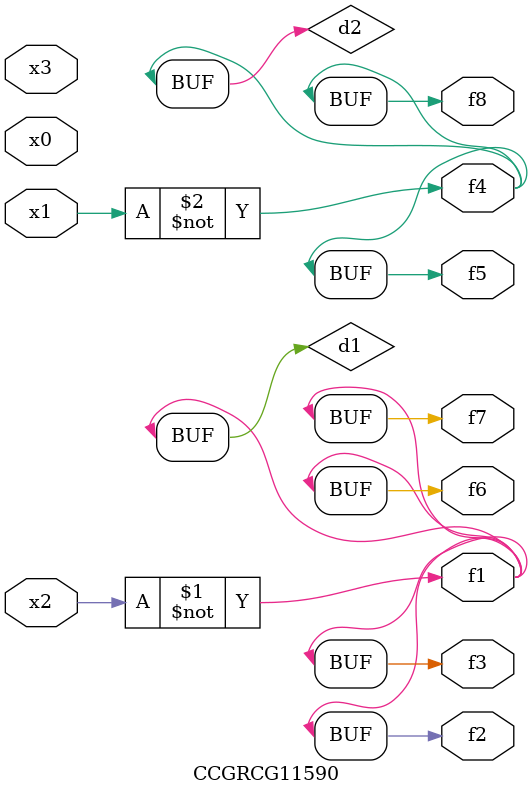
<source format=v>
module CCGRCG11590(
	input x0, x1, x2, x3,
	output f1, f2, f3, f4, f5, f6, f7, f8
);

	wire d1, d2;

	xnor (d1, x2);
	not (d2, x1);
	assign f1 = d1;
	assign f2 = d1;
	assign f3 = d1;
	assign f4 = d2;
	assign f5 = d2;
	assign f6 = d1;
	assign f7 = d1;
	assign f8 = d2;
endmodule

</source>
